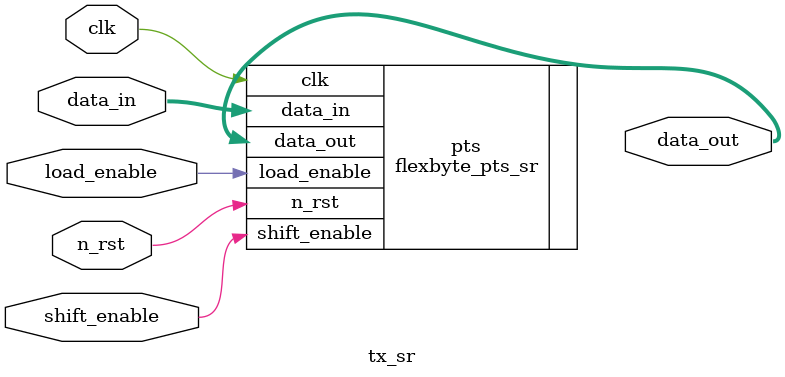
<source format=sv>
module tx_sr
(
	input wire clk,
	input wire n_rst,
	input wire [127:0] data_in,
	input wire shift_enable,
	input wire load_enable,
	output wire [31:0] data_out
);

flexbyte_pts_sr #(.NUM_BYTES_IN(16), .NUM_BYTES_OUT(4)) pts(.clk(clk), .n_rst(n_rst), .shift_enable(shift_enable), .load_enable(load_enable), .data_in(data_in), .data_out(data_out));

endmodule // tx_sr
</source>
